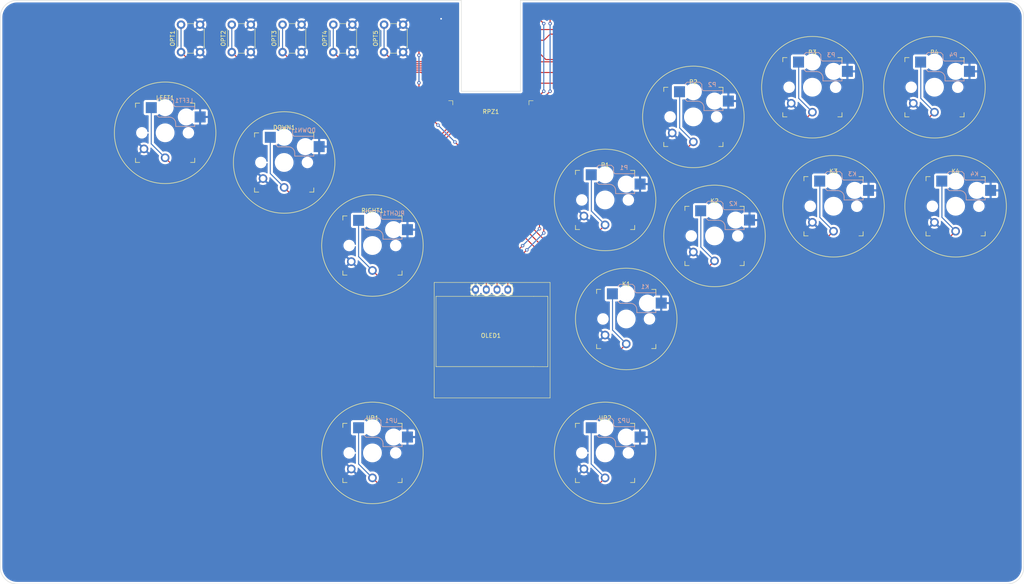
<source format=kicad_pcb>
(kicad_pcb (version 20211014) (generator pcbnew)
  (title_block (title "comfybox") (date "2022-12-23") (rev "0.1"))
  (layers (0 "F.Cu" signal) (31 "B.Cu" signal) (34 "B.Paste" user) (35 "F.Paste" user) (36 "B.SilkS" user "B.Silkscreen") (37 "F.SilkS" user "F.Silkscreen") (38 "B.Mask" user) (39 "F.Mask" user) (44 "Edge.Cuts" user))
  (net 0 "")
  (net 1 "P1")
  (net 2 "GND")
  (net 3 "P2")
  (net 4 "P3")
  (net 5 "P4")
  (net 6 "K1")
  (net 7 "K2")
  (net 8 "K3")
  (net 9 "K4")
  (net 10 "LEFT")
  (net 11 "DOWN")
  (net 12 "RIGHT")
  (net 13 "UP L")
  (net 14 "UP R")
  (net 15 "START")
  (net 16 "SELECT")
  (net 17 "HOME")
  (net 18 "R3")
  (net 19 "L3")
  (net 20 "OLED SDA")
  (net 21 "OLED SCL")
  (net 22 "3V3")
  (net 23 "+5V")
  (footprint "Button_Switch_THT:SW_PUSH_6mm" (layer "F.Cu") (at 109.75 35.25 90)
    (fp_text reference "OPT5" (at 3.25 -2 90) (layer "F.SilkS"))
    (fp_text value "SW_Push")
    (pad "1" thru_hole circle (at 6.5 0 180) (size 2 2) (drill 1.1) (layers *.Cu *.Mask) (net 19 "L3"))
    (pad "1" thru_hole circle (at 0 0 180) (size 2 2) (drill 1.1) (layers *.Cu *.Mask) (net 19 "L3"))
    (pad "2" thru_hole circle (at 6.5 4.5 180) (size 2 2) (drill 1.1) (layers *.Cu *.Mask) (net 2 "GND"))
    (pad "2" thru_hole circle (at 0 4.5 180) (size 2 2) (drill 1.1) (layers *.Cu *.Mask) (net 2 "GND"))
  )
  (footprint "Kailh:Kailh_socket_PG1350_optional" (layer "F.Cu") (at 107 130)
    (fp_text reference "UP1" (at 0 -8.255) (layer "F.SilkS"))
    (fp_text value "SW_CHOC")
    (fp_text user "${REFERENCE}" (at 4.445 -7.62) (layer "B.SilkS") (effects (justify mirror)))
    (pad "" np_thru_hole circle locked (at 5.5 0) (size 1.7018 1.7018) (drill 1.7018) (layers *.Cu *.Mask))
    (pad "" np_thru_hole circle locked (at 5 -3.75) (size 3 3) (drill 3) (layers *.Cu *.Mask))
    (pad "" np_thru_hole circle locked (at 0 0) (size 3.429 3.429) (drill 3.429) (layers *.Cu *.Mask))
    (pad "" np_thru_hole circle locked (at 0 -5.95) (size 3 3) (drill 3) (layers *.Cu *.Mask))
    (pad "" np_thru_hole circle locked (at -5.5 0) (size 1.7018 1.7018) (drill 1.7018) (layers *.Cu *.Mask))
    (pad "1" smd rect locked (at -3.275 -5.95) (size 2.6 2.6) (layers "B.Cu" "B.Paste" "B.Mask") (net 13 "UP L"))
    (pad "1" thru_hole circle locked (at 0 5.9) (size 2.032 2.032) (drill 1.27) (layers *.Cu *.Mask) (net 13 "UP L"))
    (pad "2" thru_hole circle locked (at -5 3.8) (size 2.032 2.032) (drill 1.27) (layers *.Cu *.Mask) (net 2 "GND"))
    (pad "2" smd rect locked (at 8.275 -3.75) (size 2.6 2.6) (layers "B.Cu" "B.Paste" "B.Mask") (net 2 "GND"))
  )
  (footprint "Button_Switch_THT:SW_PUSH_6mm" (layer "F.Cu") (at 97.75 35.25 90)
    (fp_text reference "OPT4" (at 3.25 -2 90) (layer "F.SilkS"))
    (fp_text value "SW_Push")
    (pad "1" thru_hole circle (at 0 0 180) (size 2 2) (drill 1.1) (layers *.Cu *.Mask) (net 18 "R3"))
    (pad "1" thru_hole circle (at 6.5 0 180) (size 2 2) (drill 1.1) (layers *.Cu *.Mask) (net 18 "R3"))
    (pad "2" thru_hole circle (at 6.5 4.5 180) (size 2 2) (drill 1.1) (layers *.Cu *.Mask) (net 2 "GND"))
    (pad "2" thru_hole circle (at 0 4.5 180) (size 2 2) (drill 1.1) (layers *.Cu *.Mask) (net 2 "GND"))
  )
  (footprint "Kailh:Kailh_socket_PG1350_optional" (layer "F.Cu") (at 216.009338 71.685949)
    (fp_text reference "K3" (at 0 -8.255) (layer "F.SilkS"))
    (fp_text value "SW_CHOC")
    (fp_text user "${REFERENCE}" (at 4.445 -7.62) (layer "B.SilkS") (effects (justify mirror)))
    (pad "" np_thru_hole circle locked (at 0 0) (size 3.429 3.429) (drill 3.429) (layers *.Cu *.Mask))
    (pad "" np_thru_hole circle locked (at -5.5 0) (size 1.7018 1.7018) (drill 1.7018) (layers *.Cu *.Mask))
    (pad "" np_thru_hole circle locked (at 5 -3.75) (size 3 3) (drill 3) (layers *.Cu *.Mask))
    (pad "" np_thru_hole circle locked (at 5.5 0) (size 1.7018 1.7018) (drill 1.7018) (layers *.Cu *.Mask))
    (pad "" np_thru_hole circle locked (at 0 -5.95) (size 3 3) (drill 3) (layers *.Cu *.Mask))
    (pad "1" smd rect locked (at -3.275 -5.95) (size 2.6 2.6) (layers "B.Cu" "B.Paste" "B.Mask") (net 8 "K3"))
    (pad "1" thru_hole circle locked (at 0 5.9) (size 2.032 2.032) (drill 1.27) (layers *.Cu *.Mask) (net 8 "K3"))
    (pad "2" thru_hole circle locked (at -5 3.8) (size 2.032 2.032) (drill 1.27) (layers *.Cu *.Mask) (net 2 "GND"))
    (pad "2" smd rect locked (at 8.275 -3.75) (size 2.6 2.6) (layers "B.Cu" "B.Paste" "B.Mask") (net 2 "GND"))
  )
  (footprint "Button_Switch_THT:SW_PUSH_6mm" (layer "F.Cu") (at 61.75 35.25 90)
    (fp_text reference "OPT1" (at 3.25 -2 90) (layer "F.SilkS"))
    (fp_text value "SW_Push")
    (pad "1" thru_hole circle (at 6.5 0 180) (size 2 2) (drill 1.1) (layers *.Cu *.Mask) (net 15 "START"))
    (pad "1" thru_hole circle (at 0 0 180) (size 2 2) (drill 1.1) (layers *.Cu *.Mask) (net 15 "START"))
    (pad "2" thru_hole circle (at 6.5 4.5 180) (size 2 2) (drill 1.1) (layers *.Cu *.Mask) (net 2 "GND"))
    (pad "2" thru_hole circle (at 0 4.5 180) (size 2 2) (drill 1.1) (layers *.Cu *.Mask) (net 2 "GND"))
  )
  (footprint "Kailh:Kailh_socket_PG1350_optional" (layer "F.Cu") (at 162 130)
    (fp_text reference "UP2" (at 0 -8.255) (layer "F.SilkS"))
    (fp_text value "SW_CHOC")
    (fp_text user "${REFERENCE}" (at 4.445 -7.62) (layer "B.SilkS") (effects (justify mirror)))
    (pad "" np_thru_hole circle locked (at -5.5 0) (size 1.7018 1.7018) (drill 1.7018) (layers *.Cu *.Mask))
    (pad "" np_thru_hole circle locked (at 5 -3.75) (size 3 3) (drill 3) (layers *.Cu *.Mask))
    (pad "" np_thru_hole circle locked (at 5.5 0) (size 1.7018 1.7018) (drill 1.7018) (layers *.Cu *.Mask))
    (pad "" np_thru_hole circle locked (at 0 0) (size 3.429 3.429) (drill 3.429) (layers *.Cu *.Mask))
    (pad "" np_thru_hole circle locked (at 0 -5.95) (size 3 3) (drill 3) (layers *.Cu *.Mask))
    (pad "1" smd rect locked (at -3.275 -5.95) (size 2.6 2.6) (layers "B.Cu" "B.Paste" "B.Mask") (net 14 "UP R"))
    (pad "1" thru_hole circle locked (at 0 5.9) (size 2.032 2.032) (drill 1.27) (layers *.Cu *.Mask) (net 14 "UP R"))
    (pad "2" thru_hole circle locked (at -5 3.8) (size 2.032 2.032) (drill 1.27) (layers *.Cu *.Mask) (net 2 "GND"))
    (pad "2" smd rect locked (at 8.275 -3.75) (size 2.6 2.6) (layers "B.Cu" "B.Paste" "B.Mask") (net 2 "GND"))
  )
  (footprint "Kailh:Kailh_socket_PG1350_optional" (layer "F.Cu") (at 239.871082 43.547382)
    (fp_text reference "P4" (at 0 -8.255) (layer "F.SilkS"))
    (fp_text value "SW_CHOC")
    (fp_text user "${REFERENCE}" (at 4.445 -7.62) (layer "B.SilkS") (effects (justify mirror)))
    (pad "" np_thru_hole circle locked (at 5.5 0) (size 1.7018 1.7018) (drill 1.7018) (layers *.Cu *.Mask))
    (pad "" np_thru_hole circle locked (at 0 -5.95) (size 3 3) (drill 3) (layers *.Cu *.Mask))
    (pad "" np_thru_hole circle locked (at 5 -3.75) (size 3 3) (drill 3) (layers *.Cu *.Mask))
    (pad "" np_thru_hole circle locked (at -5.5 0) (size 1.7018 1.7018) (drill 1.7018) (layers *.Cu *.Mask))
    (pad "" np_thru_hole circle locked (at 0 0) (size 3.429 3.429) (drill 3.429) (layers *.Cu *.Mask))
    (pad "1" smd rect locked (at -3.275 -5.95) (size 2.6 2.6) (layers "B.Cu" "B.Paste" "B.Mask") (net 5 "P4"))
    (pad "1" thru_hole circle locked (at 0 5.9) (size 2.032 2.032) (drill 1.27) (layers *.Cu *.Mask) (net 5 "P4"))
    (pad "2" thru_hole circle locked (at -5 3.8) (size 2.032 2.032) (drill 1.27) (layers *.Cu *.Mask) (net 2 "GND"))
    (pad "2" smd rect locked (at 8.275 -3.75) (size 2.6 2.6) (layers "B.Cu" "B.Paste" "B.Mask") (net 2 "GND"))
  )
  (footprint "Button_Switch_THT:SW_PUSH_6mm" (layer "F.Cu") (at 73.75 35.25 90)
    (fp_text reference "OPT2" (at 3.25 -2 90) (layer "F.SilkS"))
    (fp_text value "SW_Push")
    (pad "1" thru_hole circle (at 6.5 0 180) (size 2 2) (drill 1.1) (layers *.Cu *.Mask) (net 16 "SELECT"))
    (pad "1" thru_hole circle (at 0 0 180) (size 2 2) (drill 1.1) (layers *.Cu *.Mask) (net 16 "SELECT"))
    (pad "2" thru_hole circle (at 6.5 4.5 180) (size 2 2) (drill 1.1) (layers *.Cu *.Mask) (net 2 "GND"))
    (pad "2" thru_hole circle (at 0 4.5 180) (size 2 2) (drill 1.1) (layers *.Cu *.Mask) (net 2 "GND"))
  )
  (footprint "Kailh:Kailh_socket_PG1350_optional" (layer "F.Cu") (at 211.009338 43.547378)
    (fp_text reference "P3" (at 0 -8.255) (layer "F.SilkS"))
    (fp_text value "SW_CHOC")
    (fp_text user "${REFERENCE}" (at 4.445 -7.62) (layer "B.SilkS") (effects (justify mirror)))
    (pad "" np_thru_hole circle locked (at -5.5 0) (size 1.7018 1.7018) (drill 1.7018) (layers *.Cu *.Mask))
    (pad "" np_thru_hole circle locked (at 0 0) (size 3.429 3.429) (drill 3.429) (layers *.Cu *.Mask))
    (pad "" np_thru_hole circle locked (at 0 -5.95) (size 3 3) (drill 3) (layers *.Cu *.Mask))
    (pad "" np_thru_hole circle locked (at 5.5 0) (size 1.7018 1.7018) (drill 1.7018) (layers *.Cu *.Mask))
    (pad "" np_thru_hole circle locked (at 5 -3.75) (size 3 3) (drill 3) (layers *.Cu *.Mask))
    (pad "1" thru_hole circle locked (at 0 5.9) (size 2.032 2.032) (drill 1.27) (layers *.Cu *.Mask) (net 4 "P3"))
    (pad "1" smd rect locked (at -3.275 -5.95) (size 2.6 2.6) (layers "B.Cu" "B.Paste" "B.Mask") (net 4 "P3"))
    (pad "2" thru_hole circle locked (at -5 3.8) (size 2.032 2.032) (drill 1.27) (layers *.Cu *.Mask) (net 2 "GND"))
    (pad "2" smd rect locked (at 8.275 -3.75) (size 2.6 2.6) (layers "B.Cu" "B.Paste" "B.Mask") (net 2 "GND"))
  )
  (footprint "Kailh:Kailh_socket_PG1350_optional" (layer "F.Cu") (at 162.00027 70.195301)
    (fp_text reference "P1" (at 0 -8.255) (layer "F.SilkS"))
    (fp_text value "SW_CHOC")
    (fp_text user "${REFERENCE}" (at 4.445 -7.62) (layer "B.SilkS") (effects (justify mirror)))
    (pad "" np_thru_hole circle locked (at 0 -5.95) (size 3 3) (drill 3) (layers *.Cu *.Mask))
    (pad "" np_thru_hole circle locked (at 5.5 0) (size 1.7018 1.7018) (drill 1.7018) (layers *.Cu *.Mask))
    (pad "" np_thru_hole circle locked (at -5.5 0) (size 1.7018 1.7018) (drill 1.7018) (layers *.Cu *.Mask))
    (pad "" np_thru_hole circle locked (at 0 0) (size 3.429 3.429) (drill 3.429) (layers *.Cu *.Mask))
    (pad "" np_thru_hole circle locked (at 5 -3.75) (size 3 3) (drill 3) (layers *.Cu *.Mask))
    (pad "1" smd rect locked (at -3.275 -5.95) (size 2.6 2.6) (layers "B.Cu" "B.Paste" "B.Mask") (net 1 "P1"))
    (pad "1" thru_hole circle locked (at 0 5.9) (size 2.032 2.032) (drill 1.27) (layers *.Cu *.Mask) (net 1 "P1"))
    (pad "2" smd rect locked (at 8.275 -3.75) (size 2.6 2.6) (layers "B.Cu" "B.Paste" "B.Mask") (net 2 "GND"))
    (pad "2" thru_hole circle locked (at -5 3.8) (size 2.032 2.032) (drill 1.27) (layers *.Cu *.Mask) (net 2 "GND"))
  )
  (footprint "RP2040-Zero:RP2040-Zero" (layer "F.Cu") (at 135 34.985516)
    (fp_text reference "RPZ1" (at 0 14.35 unlocked) (layer "F.SilkS"))
    (fp_text value "RP2040-Zero")
    (pad "1" smd roundrect (at 9.16 -10.16 180) (size 3 1.524) (layers "F.Cu" "F.Paste" "F.Mask") (net 20 "OLED SDA"))
    (pad "2" smd roundrect (at 9.16 -7.62 180) (size 3 1.524) (layers "F.Cu" "F.Paste" "F.Mask") (net 21 "OLED SCL"))
    (pad "3" smd roundrect (at 9.16 -5.08 180) (size 3 1.524) (layers "F.Cu" "F.Paste" "F.Mask") (net 5 "P4"))
    (pad "4" smd roundrect (at 9.16 -2.54 180) (size 3 1.524) (layers "F.Cu" "F.Paste" "F.Mask") (net 9 "K4"))
    (pad "5" smd roundrect (at 9.16 0 180) (size 3 1.524) (layers "F.Cu" "F.Paste" "F.Mask") (net 4 "P3"))
    (pad "6" smd roundrect (at 9.16 2.54 180) (size 3 1.524) (layers "F.Cu" "F.Paste" "F.Mask") (net 8 "K3"))
    (pad "7" smd roundrect (at 9.16 5.08 180) (size 3 1.524) (layers "F.Cu" "F.Paste" "F.Mask") (net 3 "P2"))
    (pad "8" smd roundrect (at 9.16 7.62 180) (size 3 1.524) (layers "F.Cu" "F.Paste" "F.Mask") (net 7 "K2"))
    (pad "9" smd roundrect (at 9.16 10.16 180) (size 3 1.524) (layers "F.Cu" "F.Paste" "F.Mask") (net 1 "P1"))
    (pad "10" smd roundrect (at 5.08 11.7 270) (size 3 1.524) (layers "F.Cu" "F.Paste" "F.Mask") (net 6 "K1"))
    (pad "11" smd roundrect (at 2.54 11.7 270) (size 3 1.524) (layers "F.Cu" "F.Paste" "F.Mask") (net 14 "UP R"))
    (pad "12" smd roundrect (at 0 11.7 270) (size 3 1.524) (layers "F.Cu" "F.Paste" "F.Mask") (net 13 "UP L"))
    (pad "13" smd roundrect (at -2.54 11.7 270) (size 3 1.524) (layers "F.Cu" "F.Paste" "F.Mask") (net 12 "RIGHT"))
    (pad "14" smd roundrect (at -5.08 11.7 90) (size 3 1.524) (layers "F.Cu" "F.Paste" "F.Mask") (net 11 "DOWN"))
    (pad "15" smd roundrect (at -9.16 10.16 180) (size 3 1.524) (layers "F.Cu" "F.Paste" "F.Mask") (net 10 "LEFT"))
    (pad "16" smd roundrect (at -9.16 7.62 180) (size 3 1.524) (layers "F.Cu" "F.Paste" "F.Mask") (net 15 "START"))
    (pad "17" smd roundrect (at -9.16 5.08 180) (size 3 1.524) (layers "F.Cu" "F.Paste" "F.Mask") (net 16 "SELECT"))
    (pad "18" smd roundrect (at -9.16 2.54 180) (size 3 1.524) (layers "F.Cu" "F.Paste" "F.Mask") (net 17 "HOME"))
    (pad "19" smd roundrect (at -9.16 0 180) (size 3 1.524) (layers "F.Cu" "F.Paste" "F.Mask") (net 18 "R3"))
    (pad "20" smd roundrect (at -9.16 -2.54 180) (size 3 1.524) (layers "F.Cu" "F.Paste" "F.Mask") (net 19 "L3"))
    (pad "21" smd roundrect (at -9.16 -5.08 180) (size 3 1.524) (layers "F.Cu" "F.Paste" "F.Mask") (net 22 "3V3"))
    (pad "22" smd roundrect (at -9.16 -10.16 180) (size 3 1.524) (layers "F.Cu" "F.Paste" "F.Mask") (net 23 "+5V"))
    (pad "23" smd roundrect (at -9.16 -7.62 180) (size 3 1.524) (layers "F.Cu" "F.Paste" "F.Mask") (net 2 "GND"))
  )
  (footprint "Kailh:Kailh_socket_PG1350_optional" (layer "F.Cu") (at 86.128983 61.33666)
    (fp_text reference "DOWN1" (at 0 -8.255) (layer "F.SilkS"))
    (fp_text value "SW_CHOC")
    (fp_text user "${REFERENCE}" (at 4.871017 -7.62) (layer "B.SilkS") (effects (justify mirror)))
    (pad "" np_thru_hole circle locked (at 0 0) (size 3.429 3.429) (drill 3.429) (layers *.Cu *.Mask))
    (pad "" np_thru_hole circle locked (at 0 -5.95) (size 3 3) (drill 3) (layers *.Cu *.Mask))
    (pad "" np_thru_hole circle locked (at 5.5 0) (size 1.7018 1.7018) (drill 1.7018) (layers *.Cu *.Mask))
    (pad "" np_thru_hole circle locked (at 5 -3.75) (size 3 3) (drill 3) (layers *.Cu *.Mask))
    (pad "" np_thru_hole circle locked (at -5.5 0) (size 1.7018 1.7018) (drill 1.7018) (layers *.Cu *.Mask))
    (pad "1" smd rect locked (at -3.275 -5.95) (size 2.6 2.6) (layers "B.Cu" "B.Paste" "B.Mask") (net 11 "DOWN"))
    (pad "1" thru_hole circle locked (at 0 5.9) (size 2.032 2.032) (drill 1.27) (layers *.Cu *.Mask) (net 11 "DOWN"))
    (pad "2" smd rect locked (at 8.275 -3.75) (size 2.6 2.6) (layers "B.Cu" "B.Paste" "B.Mask") (net 2 "GND"))
    (pad "2" thru_hole circle locked (at -5 3.8) (size 2.032 2.032) (drill 1.27) (layers *.Cu *.Mask) (net 2 "GND"))
  )
  (footprint "Kailh:Kailh_socket_PG1350_optional" (layer "F.Cu") (at 167.00027 98.333869)
    (fp_text reference "K1" (at 0 -8.255) (layer "F.SilkS"))
    (fp_text value "SW_CHOC")
    (fp_text user "${REFERENCE}" (at 4.445 -7.62) (layer "B.SilkS") (effects (justify mirror)))
    (pad "" np_thru_hole circle locked (at 5 -3.75) (size 3 3) (drill 3) (layers *.Cu *.Mask))
    (pad "" np_thru_hole circle locked (at 5.5 0) (size 1.7018 1.7018) (drill 1.7018) (layers *.Cu *.Mask))
    (pad "" np_thru_hole circle locked (at -5.5 0) (size 1.7018 1.7018) (drill 1.7018) (layers *.Cu *.Mask))
    (pad "" np_thru_hole circle locked (at 0 0) (size 3.429 3.429) (drill 3.429) (layers *.Cu *.Mask))
    (pad "" np_thru_hole circle locked (at 0 -5.95) (size 3 3) (drill 3) (layers *.Cu *.Mask))
    (pad "1" smd rect locked (at -3.275 -5.95) (size 2.6 2.6) (layers "B.Cu" "B.Paste" "B.Mask") (net 6 "K1"))
    (pad "1" thru_hole circle locked (at 0 5.9) (size 2.032 2.032) (drill 1.27) (layers *.Cu *.Mask) (net 6 "K1"))
    (pad "2" thru_hole circle locked (at -5 3.8) (size 2.032 2.032) (drill 1.27) (layers *.Cu *.Mask) (net 2 "GND"))
    (pad "2" smd rect locked (at 8.275 -3.75) (size 2.6 2.6) (layers "B.Cu" "B.Paste" "B.Mask") (net 2 "GND"))
  )
  (footprint "Kailh:Kailh_socket_PG1350_optional" (layer "F.Cu") (at 57.990405 54.320921)
    (fp_text reference "LEFT1" (at 0 -8.255) (layer "F.SilkS"))
    (fp_text value "SW_CHOC")
    (fp_text user "${REFERENCE}" (at 4.445 -7.62) (layer "B.SilkS") (effects (justify mirror)))
    (pad "" np_thru_hole circle locked (at 0 -5.95) (size 3 3) (drill 3) (layers *.Cu *.Mask))
    (pad "" np_thru_hole circle locked (at 5 -3.75) (size 3 3) (drill 3) (layers *.Cu *.Mask))
    (pad "" np_thru_hole circle locked (at 0 0) (size 3.429 3.429) (drill 3.429) (layers *.Cu *.Mask))
    (pad "" np_thru_hole circle locked (at -5.5 0) (size 1.7018 1.7018) (drill 1.7018) (layers *.Cu *.Mask))
    (pad "" np_thru_hole circle locked (at 5.5 0) (size 1.7018 1.7018) (drill 1.7018) (layers *.Cu *.Mask))
    (pad "1" smd rect locked (at -3.275 -5.95) (size 2.6 2.6) (layers "B.Cu" "B.Paste" "B.Mask") (net 10 "LEFT"))
    (pad "1" thru_hole circle locked (at 0 5.9) (size 2.032 2.032) (drill 1.27) (layers *.Cu *.Mask) (net 10 "LEFT"))
    (pad "2" thru_hole circle locked (at -5 3.8) (size 2.032 2.032) (drill 1.27) (layers *.Cu *.Mask) (net 2 "GND"))
    (pad "2" smd rect locked (at 8.275 -3.75) (size 2.6 2.6) (layers "B.Cu" "B.Paste" "B.Mask") (net 2 "GND"))
  )
  (footprint "Kailh:Kailh_socket_PG1350_optional" (layer "F.Cu") (at 106.999466 80.968839)
    (fp_text reference "RIGHT1" (at 0 -8.255) (layer "F.SilkS"))
    (fp_text value "SW_CHOC")
    (fp_text user "${REFERENCE}" (at 5.000534 -7.62) (layer "B.SilkS") (effects (justify mirror)))
    (pad "" np_thru_hole circle locked (at 5 -3.75) (size 3 3) (drill 3) (layers *.Cu *.Mask))
    (pad "" np_thru_hole circle locked (at 5.5 0) (size 1.7018 1.7018) (drill 1.7018) (layers *.Cu *.Mask))
    (pad "" np_thru_hole circle locked (at -5.5 0) (size 1.7018 1.7018) (drill 1.7018) (layers *.Cu *.Mask))
    (pad "" np_thru_hole circle locked (at 0 -5.95) (size 3 3) (drill 3) (layers *.Cu *.Mask))
    (pad "" np_thru_hole circle locked (at 0 0) (size 3.429 3.429) (drill 3.429) (layers *.Cu *.Mask))
    (pad "1" smd rect locked (at -3.275 -5.95) (size 2.6 2.6) (layers "B.Cu" "B.Paste" "B.Mask") (net 12 "RIGHT"))
    (pad "1" thru_hole circle locked (at 0 5.9) (size 2.032 2.032) (drill 1.27) (layers *.Cu *.Mask) (net 12 "RIGHT"))
    (pad "2" thru_hole circle locked (at -5 3.8) (size 2.032 2.032) (drill 1.27) (layers *.Cu *.Mask) (net 2 "GND"))
    (pad "2" smd rect locked (at 8.275 -3.75) (size 2.6 2.6) (layers "B.Cu" "B.Paste" "B.Mask") (net 2 "GND"))
  )
  (footprint "Kailh:Kailh_socket_PG1350_optional" (layer "F.Cu") (at 182.870754 50.563112)
    (fp_text reference "P2" (at 0 -8.255) (layer "F.SilkS"))
    (fp_text value "SW_CHOC")
    (fp_text user "${REFERENCE}" (at 4.445 -7.62) (layer "B.SilkS") (effects (justify mirror)))
    (pad "" np_thru_hole circle locked (at 5.5 0) (size 1.7018 1.7018) (drill 1.7018) (layers *.Cu *.Mask))
    (pad "" np_thru_hole circle locked (at 0 0) (size 3.429 3.429) (drill 3.429) (layers *.Cu *.Mask))
    (pad "" np_thru_hole circle locked (at 0 -5.95) (size 3 3) (drill 3) (layers *.Cu *.Mask))
    (pad "" np_thru_hole circle locked (at -5.5 0) (size 1.7018 1.7018) (drill 1.7018) (layers *.Cu *.Mask))
    (pad "" np_thru_hole circle locked (at 5 -3.75) (size 3 3) (drill 3) (layers *.Cu *.Mask))
    (pad "1" thru_hole circle locked (at 0 5.9) (size 2.032 2.032) (drill 1.27) (layers *.Cu *.Mask) (net 3 "P2"))
    (pad "1" smd rect locked (at -3.275 -5.95) (size 2.6 2.6) (layers "B.Cu" "B.Paste" "B.Mask") (net 3 "P2"))
    (pad "2" smd rect locked (at 8.275 -3.75) (size 2.6 2.6) (layers "B.Cu" "B.Paste" "B.Mask") (net 2 "GND"))
    (pad "2" thru_hole circle locked (at -5 3.8) (size 2.032 2.032) (drill 1.27) (layers *.Cu *.Mask) (net 2 "GND"))
  )
  (footprint "SSD1306:128x64OLED" (layer "F.Cu") (at 135 102)
    (fp_text reference "OLED1" (at 0 0.254) (layer "F.SilkS"))
    (fp_text value "SSD1306")
    (pad "1" thru_hole oval locked (at -3.62 -10.6 90) (size 2 1.6) (drill 1) (layers *.Cu *.Mask) (net 2 "GND"))
    (pad "2" thru_hole oval locked (at -1.08 -10.6 90) (size 2 1.6) (drill 1) (layers *.Cu *.Mask) (net 22 "3V3"))
    (pad "3" thru_hole oval locked (at 1.46 -10.6 90) (size 2 1.6) (drill 1) (layers *.Cu *.Mask) (net 21 "OLED SCL"))
    (pad "4" thru_hole oval locked (at 4 -10.6 90) (size 2 1.6) (drill 1) (layers *.Cu *.Mask) (net 20 "OLED SDA"))
  )
  (footprint "Button_Switch_THT:SW_PUSH_6mm" (layer "F.Cu") (at 85.75 35.25 90)
    (fp_text reference "OPT3" (at 3.25 -2 90) (layer "F.SilkS"))
    (fp_text value "SW_Push")
    (pad "1" thru_hole circle (at 0 0 180) (size 2 2) (drill 1.1) (layers *.Cu *.Mask) (net 17 "HOME"))
    (pad "1" thru_hole circle (at 6.5 0 180) (size 2 2) (drill 1.1) (layers *.Cu *.Mask) (net 17 "HOME"))
    (pad "2" thru_hole circle (at 0 4.5 180) (size 2 2) (drill 1.1) (layers *.Cu *.Mask) (net 2 "GND"))
    (pad "2" thru_hole circle (at 6.5 4.5 180) (size 2 2) (drill 1.1) (layers *.Cu *.Mask) (net 2 "GND"))
  )
  (footprint "Kailh:Kailh_socket_PG1350_optional" (layer "F.Cu") (at 244.87096 71.685983)
    (fp_text reference "K4" (at 0 -8.255) (layer "F.SilkS"))
    (fp_text value "SW_CHOC")
    (fp_text user "${REFERENCE}" (at 4.445 -7.62) (layer "B.SilkS") (effects (justify mirror)))
    (pad "" np_thru_hole circle locked (at 0 -5.95) (size 3 3) (drill 3) (layers *.Cu *.Mask))
    (pad "" np_thru_hole circle locked (at 0 0) (size 3.429 3.429) (drill 3.429) (layers *.Cu *.Mask))
    (pad "" np_thru_hole circle locked (at 5 -3.75) (size 3 3) (drill 3) (layers *.Cu *.Mask))
    (pad "" np_thru_hole circle locked (at -5.5 0) (size 1.7018 1.7018) (drill 1.7018) (layers *.Cu *.Mask))
    (pad "" np_thru_hole circle locked (at 5.5 0) (size 1.7018 1.7018) (drill 1.7018) (layers *.Cu *.Mask))
    (pad "1" thru_hole circle locked (at 0 5.9) (size 2.032 2.032) (drill 1.27) (layers *.Cu *.Mask) (net 9 "K4"))
    (pad "1" smd rect locked (at -3.275 -5.95) (size 2.6 2.6) (layers "B.Cu" "B.Paste" "B.Mask") (net 9 "K4"))
    (pad "2" smd rect locked (at 8.275 -3.75) (size 2.6 2.6) (layers "B.Cu" "B.Paste" "B.Mask") (net 2 "GND"))
    (pad "2" thru_hole circle locked (at -5 3.8) (size 2.032 2.032) (drill 1.27) (layers *.Cu *.Mask) (net 2 "GND"))
  )
  (footprint "Kailh:Kailh_socket_PG1350_optional" (layer "F.Cu") (at 187.870769 78.701684)
    (fp_text reference "K2" (at 0 -8.255) (layer "F.SilkS"))
    (fp_text value "SW_CHOC")
    (fp_text user "${REFERENCE}" (at 4.445 -7.62) (layer "B.SilkS") (effects (justify mirror)))
    (pad "" np_thru_hole circle locked (at 5.5 0) (size 1.7018 1.7018) (drill 1.7018) (layers *.Cu *.Mask))
    (pad "" np_thru_hole circle locked (at 0 -5.95) (size 3 3) (drill 3) (layers *.Cu *.Mask))
    (pad "" np_thru_hole circle locked (at 0 0) (size 3.429 3.429) (drill 3.429) (layers *.Cu *.Mask))
    (pad "" np_thru_hole circle locked (at 5 -3.75) (size 3 3) (drill 3) (layers *.Cu *.Mask))
    (pad "" np_thru_hole circle locked (at -5.5 0) (size 1.7018 1.7018) (drill 1.7018) (layers *.Cu *.Mask))
    (pad "1" thru_hole circle locked (at 0 5.9) (size 2.032 2.032) (drill 1.27) (layers *.Cu *.Mask) (net 7 "K2"))
    (pad "1" smd rect locked (at -3.275 -5.95) (size 2.6 2.6) (layers "B.Cu" "B.Paste" "B.Mask") (net 7 "K2"))
    (pad "2" thru_hole circle locked (at -5 3.8) (size 2.032 2.032) (drill 1.27) (layers *.Cu *.Mask) (net 2 "GND"))
    (pad "2" smd rect locked (at 8.275 -3.75) (size 2.6 2.6) (layers "B.Cu" "B.Paste" "B.Mask") (net 2 "GND"))
  )
  (gr_circle (center 106.999466 80.968839) (end 118.999466 80.968839) (layer "F.SilkS") (width 0.15) (fill none))
  (gr_circle (center 244.87096 71.685983) (end 256.87096 71.685983) (layer "F.SilkS") (width 0.15) (fill none))
  (gr_circle (center 86.128983 61.33666) (end 98.128983 61.33666) (layer "F.SilkS") (width 0.15) (fill none))
  (gr_circle (center 167.00027 98.333869) (end 179.00027 98.333869) (layer "F.SilkS") (width 0.15) (fill none))
  (gr_circle (center 162 130) (end 174 130) (layer "F.SilkS") (width 0.15) (fill none))
  (gr_circle (center 239.871082 43.547382) (end 251.871082 43.547382) (layer "F.SilkS") (width 0.15) (fill none))
  (gr_circle (center 162.00027 70.195301) (end 174.00027 70.195301) (layer "F.SilkS") (width 0.15) (fill none))
  (gr_circle (center 216.009338 71.685949) (end 228.009338 71.685949) (layer "F.SilkS") (width 0.15) (fill none))
  (gr_circle (center 107 130) (end 119 130) (layer "F.SilkS") (width 0.15) (fill none))
  (gr_circle (center 182.870754 50.563112) (end 194.870754 50.563112) (layer "F.SilkS") (width 0.15) (fill none))
  (gr_circle (center 57.990405 54.320921) (end 69.990405 54.320921) (layer "F.SilkS") (width 0.15) (fill none))
  (gr_circle (center 187.870769 78.701684) (end 199.870769 78.701684) (layer "F.SilkS") (width 0.15) (fill none))
  (gr_circle (center 211.009338 43.547378) (end 223.009338 43.547378) (layer "F.SilkS") (width 0.15) (fill none))
  (gr_arc (start 19 27) (mid 20.171573 24.171573) (end 23 23) (layer "Edge.Cuts") (width 0.1))
  (gr_arc (start 261 157) (mid 259.828427 159.828427) (end 257 161) (layer "Edge.Cuts") (width 0.1))
  (gr_arc (start 23 161) (mid 20.171573 159.828427) (end 19 157) (layer "Edge.Cuts") (width 0.1))
  (gr_line (start 142 44.485516) (end 142 23) (layer "Edge.Cuts") (width 0.1))
  (gr_line (start 19 27) (end 19 157) (layer "Edge.Cuts") (width 0.1))
  (gr_line (start 128 23) (end 23 23) (layer "Edge.Cuts") (width 0.1))
  (gr_line (start 261 26.985516) (end 261 157) (layer "Edge.Cuts") (width 0.1))
  (gr_line (start 128 44.485516) (end 142 44.485516) (layer "Edge.Cuts") (width 0.1))
  (gr_line (start 257 161) (end 23 161) (layer "Edge.Cuts") (width 0.1))
  (gr_arc (start 257 23) (mid 259.823302 24.166457) (end 260.999974 26.985516) (layer "Edge.Cuts") (width 0.1))
  (gr_line (start 142 23) (end 257 23) (layer "Edge.Cuts") (width 0.1))
  (gr_line (start 128 44.485516) (end 128 23) (layer "Edge.Cuts") (width 0.1))
  (segment (start 144 76) (end 144 45.305516) (width 0.25) (layer "F.Cu") (net 1))
  (segment (start 150 82) (end 144 76) (width 0.25) (layer "F.Cu") (net 1))
  (segment (start 156.095571 82) (end 150 82) (width 0.25) (layer "F.Cu") (net 1))
  (segment (start 144 45.305516) (end 144.16 45.145516) (width 0.25) (layer "F.Cu") (net 1))
  (segment (start 162.00027 76.095301) (end 156.095571 82) (width 0.25) (layer "F.Cu") (net 1))
  (segment (start 158.76027 72.820301) (end 162.03527 76.095301) (width 0.25) (layer "B.Cu") (net 1))
  (segment (start 158.76027 64.245301) (end 158.76027 72.820301) (width 0.25) (layer "B.Cu") (net 1))
  (segment (start 123.234082 27.365516) (end 125.84 27.365516) (width 0.25) (layer "F.Cu") (net 2))
  (via (at 123.234082 27.365516) (size 0.8) (drill 0.4) (layers "F.Cu" "B.Cu") (net 2))
  (segment (start 174 63) (end 151.065516 40.065516) (width 0.25) (layer "F.Cu") (net 3))
  (segment (start 176.333866 63) (end 174 63) (width 0.25) (layer "F.Cu") (net 3))
  (segment (start 151.065516 40.065516) (end 144.16 40.065516) (width 0.25) (layer "F.Cu") (net 3))
  (segment (start 182.870754 56.463112) (end 176.333866 63) (width 0.25) (layer "F.Cu") (net 3))
  (segment (start 179.630754 53.188112) (end 182.905754 56.463112) (width 0.25) (layer "B.Cu") (net 3))
  (segment (start 179.630754 44.613112) (end 179.630754 53.188112) (width 0.25) (layer "B.Cu") (net 3))
  (segment (start 145.985516 34.985516) (end 144.16 34.985516) (width 0.25) (layer "F.Cu") (net 4))
  (segment (start 197 43) (end 191 37) (width 0.25) (layer "F.Cu") (net 4))
  (segment (start 211.009338 49.447378) (end 205.456716 55) (width 0.25) (layer "F.Cu") (net 4))
  (segment (start 205.456716 55) (end 201 55) (width 0.25) (layer "F.Cu") (net 4))
  (segment (start 191 37) (end 148 37) (width 0.25) (layer "F.Cu") (net 4))
  (segment (start 197 51) (end 197 43) (width 0.25) (layer "F.Cu") (net 4))
  (segment (start 148 37) (end 145.985516 34.985516) (width 0.25) (layer "F.Cu") (net 4))
  (segment (start 201 55) (end 197 51) (width 0.25) (layer "F.Cu") (net 4))
  (segment (start 207.769338 46.172378) (end 211.044338 49.447378) (width 0.25) (layer "B.Cu") (net 4))
  (segment (start 207.769338 37.597378) (end 207.769338 46.172378) (width 0.25) (layer "B.Cu") (net 4))
  (segment (start 229 55) (end 225 51) (width 0.25) (layer "F.Cu") (net 5))
  (segment (start 239.871082 49.447382) (end 234.318464 55) (width 0.25) (layer "F.Cu") (net 5))
  (segment (start 225 51) (end 225 35) (width 0.25) (layer "F.Cu") (net 5))
  (segment (start 234.318464 55) (end 229 55) (width 0.25) (layer "F.Cu") (net 5))
  (segment (start 219.905516 29.905516) (end 144.16 29.905516) (width 0.25) (layer "F.Cu") (net 5))
  (segment (start 225 35) (end 219.905516 29.905516) (width 0.25) (layer "F.Cu") (net 5))
  (segment (start 236.631082 46.172382) (end 239.906082 49.447382) (width 0.25) (layer "B.Cu") (net 5))
  (segment (start 236.631082 37.597382) (end 236.631082 46.172382) (width 0.25) (layer "B.Cu") (net 5))
  (segment (start 150 84) (end 140 74) (width 0.25) (layer "F.Cu") (net 6))
  (segment (start 140 74) (end 140 46.765516) (width 0.25) (layer "F.Cu") (net 6))
  (segment (start 140 46.765516) (end 140.08 46.685516) (width 0.25) (layer "F.Cu") (net 6))
  (segment (start 152 110) (end 150 108) (width 0.25) (layer "F.Cu") (net 6))
  (segment (start 167.00027 104.233869) (end 161.234139 110) (width 0.25) (layer "F.Cu") (net 6))
  (segment (start 161.234139 110) (end 152 110) (width 0.25) (layer "F.Cu") (net 6))
  (segment (start 150 108) (end 150 84) (width 0.25) (layer "F.Cu") (net 6))
  (segment (start 163.76027 100.958869) (end 167.03527 104.233869) (width 0.25) (layer "B.Cu") (net 6))
  (segment (start 163.76027 92.383869) (end 163.76027 100.958869) (width 0.25) (layer "B.Cu") (net 6))
  (segment (start 182.472453 90) (end 177 90) (width 0.25) (layer "F.Cu") (net 7))
  (segment (start 152.605516 42.605516) (end 144.16 42.605516) (width 0.25) (layer "F.Cu") (net 7))
  (segment (start 174 64) (end 152.605516 42.605516) (width 0.25) (layer "F.Cu") (net 7))
  (segment (start 187.870769 84.601684) (end 182.472453 90) (width 0.25) (layer "F.Cu") (net 7))
  (segment (start 174 87) (end 174 64) (width 0.25) (layer "F.Cu") (net 7))
  (segment (start 177 90) (end 174 87) (width 0.25) (layer "F.Cu") (net 7))
  (segment (start 184.630769 72.751684) (end 184.630769 81.326684) (width 0.25) (layer "B.Cu") (net 7))
  (segment (start 184.630769 81.326684) (end 187.905769 84.601684) (width 0.25) (layer "B.Cu") (net 7))
  (segment (start 196 51) (end 196 43) (width 0.25) (layer "F.Cu") (net 8))
  (segment (start 210.595287 83) (end 204 83) (width 0.25) (layer "F.Cu") (net 8))
  (segment (start 204 83) (end 201 80) (width 0.25) (layer "F.Cu") (net 8))
  (segment (start 201 56) (end 196 51) (width 0.25) (layer "F.Cu") (net 8))
  (segment (start 190.525516 37.525516) (end 144.16 37.525516) (width 0.25) (layer "F.Cu") (net 8))
  (segment (start 216.009338 77.585949) (end 210.595287 83) (width 0.25) (layer "F.Cu") (net 8))
  (segment (start 201 80) (end 201 56) (width 0.25) (layer "F.Cu") (net 8))
  (segment (start 196 43) (end 190.525516 37.525516) (width 0.25) (layer "F.Cu") (net 8))
  (segment (start 212.769338 65.735949) (end 212.769338 74.310949) (width 0.25) (layer "B.Cu") (net 8))
  (segment (start 212.769338 74.310949) (end 216.044338 77.585949) (width 0.25) (layer "B.Cu") (net 8))
  (segment (start 244.87096 77.585983) (end 238.456943 84) (width 0.25) (layer "F.Cu") (net 9))
  (segment (start 147.554484 32.445516) (end 144.16 32.445516) (width 0.25) (layer "F.Cu") (net 9))
  (segment (start 238.456943 84) (end 232 84) (width 0.25) (layer "F.Cu") (net 9))
  (segment (start 149 31) (end 147.554484 32.445516) (width 0.25) (layer "F.Cu") (net 9))
  (segment (start 224 35) (end 220 31) (width 0.25) (layer "F.Cu") (net 9))
  (segment (start 224 51) (end 224 35) (width 0.25) (layer "F.Cu") (net 9))
  (segment (start 229 56) (end 224 51) (width 0.25) (layer "F.Cu") (net 9))
  (segment (start 229 81) (end 229 56) (width 0.25) (layer "F.Cu") (net 9))
  (segment (start 232 84) (end 229 81) (width 0.25) (layer "F.Cu") (net 9))
  (segment (start 220 31) (end 149 31) (width 0.25) (layer "F.Cu") (net 9))
  (segment (start 241.63096 74.310983) (end 244.90596 77.585983) (width 0.25) (layer "B.Cu") (net 9))
  (segment (start 241.63096 65.735983) (end 241.63096 74.310983) (width 0.25) (layer "B.Cu") (net 9))
  (segment (start 72.5 60) (end 72.5 43.5) (width 0.25) (layer "F.Cu") (net 10))
  (segment (start 63.269484 65.5) (end 67 65.5) (width 0.25) (layer "F.Cu") (net 10))
  (segment (start 57.990405 60.220921) (end 63.269484 65.5) (width 0.25) (layer "F.Cu") (net 10))
  (segment (start 123.645516 45.145516) (end 125.84 45.145516) (width 0.25) (layer "F.Cu") (net 10))
  (segment (start 67 65.5) (end 72.5 60) (width 0.25) (layer "F.Cu") (net 10))
  (segment (start 72.5 43.5) (end 76 40) (width 0.25) (layer "F.Cu") (net 10))
  (segment (start 76 40) (end 118.5 40) (width 0.25) (layer "F.Cu") (net 10))
  (segment (start 118.5 40) (end 123.645516 45.145516) (width 0.25) (layer "F.Cu") (net 10))
  (segment (start 54.715405 48.370921) (end 54.715405 56.945921) (width 0.25) (layer "B.Cu") (net 10))
  (segment (start 54.715405 56.945921) (end 57.990405 60.220921) (width 0.25) (layer "B.Cu") (net 10))
  (segment (start 120 58) (end 129 49) (width 0.25) (layer "F.Cu") (net 11))
  (segment (start 111 58) (end 120 58) (width 0.25) (layer "F.Cu") (net 11))
  (segment (start 96 73) (end 111 58) (width 0.25) (layer "F.Cu") (net 11))
  (segment (start 130 46.765516) (end 129.92 46.685516) (width 0.25) (layer "F.Cu") (net 11))
  (segment (start 91.892323 73) (end 96 73) (width 0.25) (layer "F.Cu") (net 11))
  (segment (start 129 49) (end 130 49) (width 0.25) (layer "F.Cu") (net 11))
  (segment (start 86.128983 67.23666) (end 91.892323 73) (width 0.25) (layer "F.Cu") (net 11))
  (segment (start 130 49) (end 130 46.765516) (width 0.25) (layer "F.Cu") (net 11))
  (segment (start 82.853983 55.38666) (end 82.853983 63.96166) (width 0.25) (layer "B.Cu") (net 11))
  (segment (start 82.853983 63.96166) (end 86.128983 67.23666) (width 0.25) (layer "B.Cu") (net 11))
  (segment (start 129 50) (end 132 50) (width 0.25) (layer "F.Cu") (net 12))
  (segment (start 116 93) (end 120 89) (width 0.25) (layer "F.Cu") (net 12))
  (segment (start 120 59) (end 129 50) (width 0.25) (layer "F.Cu") (net 12))
  (segment (start 113.130627 93) (end 116 93) (width 0.25) (layer "F.Cu") (net 12))
  (segment (start 132 50) (end 132.46 49.54) (width 0.25) (layer "F.Cu") (net 12))
  (segment (start 106.999466 86.868839) (end 113.130627 93) (width 0.25) (layer "F.Cu") (net 12))
  (segment (start 120 89) (end 120 59) (width 0.25) (layer "F.Cu") (net 12))
  (segment (start 132.46 49.54) (end 132.46 46.685516) (width 0.25) (layer "F.Cu") (net 12))
  (segment (start 103.724466 75.018839) (end 103.724466 83.593839) (width 0.25) (layer "B.Cu") (net 12))
  (segment (start 103.724466 83.593839) (end 106.999466 86.868839) (width 0.25) (layer "B.Cu") (net 12))
  (segment (start 113.1 142) (end 118 142) (width 0.25) (layer "F.Cu") (net 13))
  (segment (start 129 51) (end 133 51) (width 0.25) (layer "F.Cu") (net 13))
  (segment (start 107 135.9) (end 113.1 142) (width 0.25) (layer "F.Cu") (net 13))
  (segment (start 135 49) (end 135 46.685516) (width 0.25) (layer "F.Cu") (net 13))
  (segment (start 121 139) (end 121 59) (width 0.25) (layer "F.Cu") (net 13))
  (segment (start 118 142) (end 121 139) (width 0.25) (layer "F.Cu") (net 13))
  (segment (start 133 51) (end 135 49) (width 0.25) (layer "F.Cu") (net 13))
  (segment (start 121 59) (end 129 51) (width 0.25) (layer "F.Cu") (net 13))
  (segment (start 103.725 132.625) (end 107 135.9) (width 0.25) (layer "B.Cu") (net 13))
  (segment (start 103.725 124.05) (end 103.725 132.625) (width 0.25) (layer "B.Cu") (net 13))
  (segment (start 162 135.9) (end 154.9 143) (width 0.25) (layer "F.Cu") (net 14))
  (segment (start 149 85) (end 137.54 73.54) (width 0.25) (layer "F.Cu") (net 14))
  (segment (start 154.9 143) (end 151 143) (width 0.25) (layer "F.Cu") (net 14))
  (segment (start 137.54 73.54) (end 137.54 46.685516) (width 0.25) (layer "F.Cu") (net 14))
  (segment (start 149 141) (end 149 85) (width 0.25) (layer "F.Cu") (net 14))
  (segment (start 151 143) (end 149 141) (width 0.25) (layer "F.Cu") (net 14))
  (segment (start 158.725 132.625) (end 162 135.9) (width 0.25) (layer "B.Cu") (net 14))
  (segment (start 158.725 124.05) (end 158.725 132.625) (width 0.25) (layer "B.Cu") (net 14))
  (segment (start 66 39.5) (end 120 39.5) (width 0.25) (layer "F.Cu") (net 15))
  (segment (start 61.75 35.25) (end 66 39.5) (width 0.25) (layer "F.Cu") (net 15))
  (segment (start 123.105516 42.605516) (end 125.84 42.605516) (width 0.25) (layer "F.Cu") (net 15))
  (segment (start 120 39.5) (end 123.105516 42.605516) (width 0.25) (layer "F.Cu") (net 15))
  (segment (start 61.75 28.75) (end 61.75 35.25) (width 0.25) (layer "B.Cu") (net 15))
  (segment (start 77.5 39) (end 122 39) (width 0.25) (layer "F.Cu") (net 16))
  (segment (start 122 39) (end 123.065516 40.065516) (width 0.25) (layer "F.Cu") (net 16))
  (segment (start 123.065516 40.065516) (end 125.84 40.065516) (width 0.25) (layer "F.Cu") (net 16))
  (segment (start 73.75 35.25) (end 77.5 39) (width 0.25) (layer "F.Cu") (net 16))
  (segment (start 73.75 28.75) (end 73.75 35.25) (width 0.25) (layer "B.Cu") (net 16))
  (segment (start 122.5 37.5) (end 125.814484 37.5) (width 0.25) (layer "F.Cu") (net 17))
  (segment (start 121.5 38.5) (end 122.5 37.5) (width 0.25) (layer "F.Cu") (net 17))
  (segment (start 125.814484 37.5) (end 125.84 37.525516) (width 0.25) (layer "F.Cu") (net 17))
  (segment (start 85.75 35.25) (end 89 38.5) (width 0.25) (layer "F.Cu") (net 17))
  (segment (start 89 38.5) (end 121.5 38.5) (width 0.25) (layer "F.Cu") (net 17))
  (segment (start 85.75 28.75) (end 85.75 35.25) (width 0.25) (layer "B.Cu") (net 17))
  (segment (start 122.5 36.5) (end 122.5 35.5) (width 0.25) (layer "F.Cu") (net 18))
  (segment (start 121 38) (end 122.5 36.5) (width 0.25) (layer "F.Cu") (net 18))
  (segment (start 100.5 38) (end 121 38) (width 0.25) (layer "F.Cu") (net 18))
  (segment (start 122.5 35.5) (end 123.014484 34.985516) (width 0.25) (layer "F.Cu") (net 18))
  (segment (start 97.75 35.25) (end 100.5 38) (width 0.25) (layer "F.Cu") (net 18))
  (segment (start 123.014484 34.985516) (end 125.84 34.985516) (width 0.25) (layer "F.Cu") (net 18))
  (segment (start 97.75 28.75) (end 97.75 35.25) (width 0.25) (layer "B.Cu") (net 18))
  (segment (start 109.75 35.25) (end 112 37.5) (width 0.25) (layer "F.Cu") (net 19))
  (segment (start 121.5 34) (end 123.054484 32.445516) (width 0.25) (layer "F.Cu") (net 19))
  (segment (start 123.054484 32.445516) (end 125.84 32.445516) (width 0.25) (layer "F.Cu") (net 19))
  (segment (start 112 37.5) (end 120.5 37.5) (width 0.25) (layer "F.Cu") (net 19))
  (segment (start 120.5 37.5) (end 121.5 36.5) (width 0.25) (layer "F.Cu") (net 19))
  (segment (start 121.5 36.5) (end 121.5 34) (width 0.25) (layer "F.Cu") (net 19))
  (segment (start 109.75 28.75) (end 109.75 35.25) (width 0.25) (layer "B.Cu") (net 19))
  (segment (start 139 86.5) (end 143.5 82) (width 0.25) (layer "F.Cu") (net 20))
  (segment (start 147.825516 24.825516) (end 144.16 24.825516) (width 0.25) (layer "F.Cu") (net 20))
  (segment (start 147.5 78) (end 147.5 46) (width 0.25) (layer "F.Cu") (net 20))
  (segment (start 147.5 46) (end 149 44.5) (width 0.25) (layer "F.Cu") (net 20))
  (segment (start 149 28.5) (end 149 26) (width 0.25) (layer "F.Cu") (net 20))
  (segment (start 149 26) (end 147.825516 24.825516) (width 0.25) (layer "F.Cu") (net 20))
  (segment (start 139 91.4) (end 139 86.5) (width 0.25) (layer "F.Cu") (net 20))
  (via (at 149 28.5) (size 0.8) (drill 0.4) (layers "F.Cu" "B.Cu") (net 20))
  (via (at 143.5 82) (size 0.8) (drill 0.4) (layers "F.Cu" "B.Cu") (net 20))
  (via (at 147.5 78) (size 0.8) (drill 0.4) (layers "F.Cu" "B.Cu") (net 20))
  (via (at 149 44.5) (size 0.8) (drill 0.4) (layers "F.Cu" "B.Cu") (net 20))
  (segment (start 143.5 82) (end 147.5 78) (width 0.25) (layer "B.Cu") (net 20))
  (segment (start 149 44.5) (end 149 28.5) (width 0.25) (layer "B.Cu") (net 20))
  (segment (start 146.5 77) (end 146.5 45.5) (width 0.25) (layer "F.Cu") (net 21))
  (segment (start 136.46 87.04) (end 142.5 81) (width 0.25) (layer "F.Cu") (net 21))
  (segment (start 146.365516 27.365516) (end 144.16 27.365516) (width 0.25) (layer "F.Cu") (net 21))
  (segment (start 136.46 91.4) (end 136.46 87.04) (width 0.25) (layer "F.Cu") (net 21))
  (segment (start 147.5 28.5) (end 146.365516 27.365516) (width 0.25) (layer "F.Cu") (net 21))
  (segment (start 146.5 45.5) (end 147.5 44.5) (width 0.25) (layer "F.Cu") (net 21))
  (via (at 142.5 81) (size 0.8) (drill 0.4) (layers "F.Cu" "B.Cu") (net 21))
  (via (at 147.5 44.5) (size 0.8) (drill 0.4) (layers "F.Cu" "B.Cu") (net 21))
  (via (at 147.5 28.5) (size 0.8) (drill 0.4) (layers "F.Cu" "B.Cu") (net 21))
  (via (at 146.5 77) (size 0.8) (drill 0.4) (layers "F.Cu" "B.Cu") (net 21))
  (segment (start 142.5 81) (end 146.5 77) (width 0.25) (layer "B.Cu") (net 21))
  (segment (start 147.5 44.5) (end 147.5 28.5) (width 0.25) (layer "B.Cu") (net 21))
  (segment (start 118 36) (end 118 34) (width 0.25) (layer "F.Cu") (net 22))
  (segment (start 122.094484 29.905516) (end 125.84 29.905516) (width 0.25) (layer "F.Cu") (net 22))
  (segment (start 133.92 63.92) (end 126.5 56.5) (width 0.25) (layer "F.Cu") (net 22))
  (segment (start 118 34) (end 122.094484 29.905516) (width 0.25) (layer "F.Cu") (net 22))
  (segment (start 133.92 91.4) (end 133.92 63.92) (width 0.25) (layer "F.Cu") (net 22))
  (segment (start 118 48) (end 118 42.5) (width 0.25) (layer "F.Cu") (net 22))
  (segment (start 122.5 52.5) (end 118 48) (width 0.25) (layer "F.Cu") (net 22))
  (via (at 118 36) (size 0.8) (drill 0.4) (layers "F.Cu" "B.Cu") (net 22))
  (via (at 122.5 52.5) (size 0.8) (drill 0.4) (layers "F.Cu" "B.Cu") (net 22))
  (via (at 118 42.5) (size 0.8) (drill 0.4) (layers "F.Cu" "B.Cu") (net 22))
  (via (at 126.5 56.5) (size 0.8) (drill 0.4) (layers "F.Cu" "B.Cu") (net 22))
  (segment (start 126.5 56.5) (end 122.5 52.5) (width 0.25) (layer "B.Cu") (net 22))
  (segment (start 118 42.5) (end 118 36) (width 0.25) (layer "B.Cu") (net 22))
  (zone locked (net 2) (net_name "GND") (layer "B.Cu") (connect_pads (clearance 0.508)) (min_thickness 0.254) (fill yes (thermal_gap 0.508) (thermal_bridge_width 0.508))
    (polygon (pts (xy 261 161) (xy 19 161) (xy 19 23) (xy 261 23)))
  )
)
</source>
